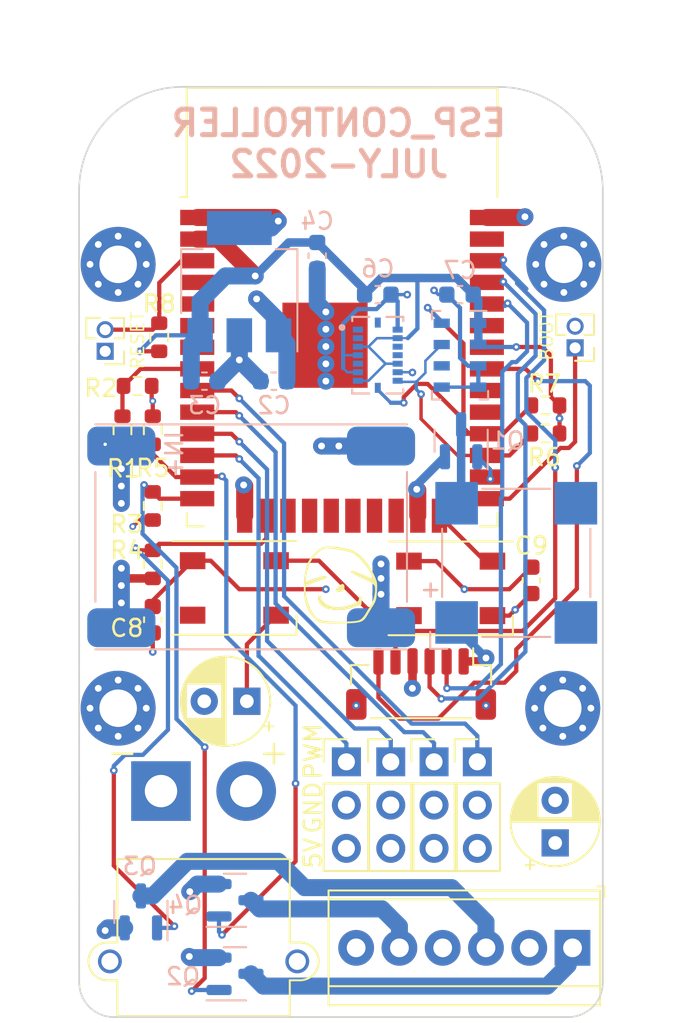
<source format=kicad_pcb>
(kicad_pcb (version 20211014) (generator pcbnew)
  (title_block (rev "1"))
  (layers (0 "F.Cu" signal "Front") (1 "In1.Cu" signal) (2 "In2.Cu" signal) (31 "B.Cu" signal "Back") (34 "B.Paste" user) (35 "F.Paste" user) (36 "B.SilkS" user "B.Silkscreen") (37 "F.SilkS" user "F.Silkscreen") (38 "B.Mask" user) (39 "F.Mask" user) (44 "Edge.Cuts" user))
  (net 0 "")
  (net 1 "+5V")
  (net 2 "Net-(BZ1-Pad2)")
  (net 3 "Earth")
  (net 7 "VCC")
  (net 8 "+3V3")
  (net 9 "/USER_RX")
  (net 10 "/SERVO_1")
  (net 11 "/SERVO_2")
  (net 12 "/SERVO_3")
  (net 19 "/SERVO_4")
  (net 23 "/BUZZER")
  (net 25 "/PYRO_1")
  (net 26 "/PYRO_2")
  (net 27 "/PYRO_3")
  (net 28 "/VBAT_SENSE")
  (net 32 "/BOOTLOADER")
  (net 33 "/SCL")
  (net 35 "/SDA")
  (net 36 "/USER_TX")
  (net 37 "Net-(U1-Pad3)")
  (net 41 "/USER_RTS")
  (net 43 "/USER_CTS")
  (net 45 "/LED_TX")
  (net 46 "Net-(D2-Pad2)")
  (net 47 "Net-(J7-Pad1)")
  (net 48 "Net-(J7-Pad3)")
  (net 49 "Net-(J7-Pad5)")
  (footprint "LED_SMD:LED_WS2812B_PLCC4_5.0x5.0mm_P3.2mm" (layer "F.Cu") (at 234.469887 111.227)
    (fp_text reference "D2" hide)
    (fp_text value "WS2812B")
  )
  (footprint "Connector_PinHeader_2.54mm:PinHeader_1x03_P2.54mm_Vertical" (layer "F.Cu") (at 228.346 121.412)
    (fp_text reference "J3" hide)
    (fp_text value "Conn_01x03")
  )
  (footprint "Resistor_SMD:R_0603_1608Metric" (layer "F.Cu") (at 216.980887 109.818 90)
    (fp_text reference "R4")
    (fp_text value "10k")
  )
  (footprint "Connector_PinHeader_2.54mm:PinHeader_1x03_P2.54mm_Vertical" (layer "F.Cu") (at 233.490887 121.412)
    (fp_text reference "J5" hide)
    (fp_text value "Conn_01x03")
  )
  (footprint "Capacitor_THT:CP_Radial_D5.0mm_P2.50mm" (layer "F.Cu") (at 240.602887 126.173112 90)
    (fp_text reference "C5" hide)
    (fp_text value "5v_cap")
  )
  (footprint "Resistor_SMD:R_0603_1608Metric" (layer "F.Cu") (at 216.091887 99.34)
    (fp_text reference "R2")
    (fp_text value "2k2")
  )
  (footprint "MountingHole:MountingHole_2.2mm_M2_Pad_Via" (layer "F.Cu") (at 241.110887 92.202)
    (fp_text reference "H2" hide)
    (fp_text value "MountingHole_Pad")
  )
  (footprint "Capacitor_THT:CP_Radial_D5.0mm_P2.50mm" (layer "F.Cu") (at 222.504 117.856 180)
    (fp_text reference "C1" hide)
    (fp_text value "vcc_cap")
  )
  (footprint "Connector_PinHeader_2.54mm:PinHeader_1x03_P2.54mm_Vertical" (layer "F.Cu") (at 230.950887 121.412)
    (fp_text reference "J4" hide)
    (fp_text value "Conn_01x03")
  )
  (footprint "MountingHole:MountingHole_2.2mm_M2_Pad_Via" (layer "F.Cu") (at 214.948887 92.202)
    (fp_text reference "H4" hide)
    (fp_text value "MountingHole_Pad")
  )
  (footprint "Capacitor_SMD:C_0603_1608Metric" (layer "F.Cu") (at 239.205887 110.757 -90)
    (fp_text reference "C9")
    (fp_text value "0.1u")
  )
  (footprint "RF_Module:ESP32-WROOM-32" (layer "F.Cu") (at 228.092 97.706)
    (fp_text reference "U1" hide)
    (fp_text value "ESP32-WROOM-32D")
  )
  (footprint "Capacitor_SMD:C_0603_1608Metric" (layer "F.Cu") (at 216.980887 113.069 -90)
    (fp_text reference "C8")
    (fp_text value "0.1u")
  )
  (footprint "MountingHole:MountingHole_2.2mm_M2_Pad_Via" (layer "F.Cu") (at 214.948887 118.263)
    (fp_text reference "H1" hide)
    (fp_text value "MountingHole_Pad")
  )
  (footprint "china_buck:avatar" (layer "F.Cu") (at 228.055287 111.024)
    (fp_text reference "G***" hide)
    (fp_text value "LOGO" hide)
  )
  (footprint "Connector_PinHeader_1.27mm:PinHeader_1x02_P1.27mm_Vertical" (layer "F.Cu") (at 214.186887 97.308 180)
    (fp_text reference "SW2" hide)
    (fp_text value "SW_SPST")
  )
  (footprint "TerminalBlock_TE-Connectivity:TerminalBlock_TE_282834-6_1x06_P2.54mm_Horizontal" (layer "F.Cu") (at 241.618887 132.334 180)
    (fp_text reference "J7" hide)
    (fp_text value "Screw_Terminal_01x06")
  )
  (footprint "Resistor_SMD:R_0603_1608Metric" (layer "F.Cu") (at 216.980887 101.944 90)
    (fp_text reference "R5")
    (fp_text value "10k")
  )
  (footprint "Connector_PinHeader_2.54mm:PinHeader_1x03_P2.54mm_Vertical" (layer "F.Cu") (at 236.030887 121.412)
    (fp_text reference "J6" hide)
    (fp_text value "Conn_01x03")
  )
  (footprint "Resistor_SMD:R_0603_1608Metric" (layer "F.Cu") (at 240.031887 102.134)
    (fp_text reference "R6")
    (fp_text value "2k2")
  )
  (footprint "Resistor_SMD:R_0603_1608Metric" (layer "F.Cu") (at 217.361887 96.482 90)
    (fp_text reference "R8")
    (fp_text value "10k")
  )
  (footprint "MountingHole:MountingHole_2.2mm_M2_Pad_Via" (layer "F.Cu") (at 241.046 118.263)
    (fp_text reference "H3" hide)
    (fp_text value "MountingHole_Pad")
  )
  (footprint "Resistor_SMD:R_0603_1608Metric" (layer "F.Cu") (at 215.202887 101.944 90)
    (fp_text reference "R1")
    (fp_text value "10k")
  )
  (footprint "Connector_PinHeader_1.27mm:PinHeader_1x02_P1.27mm_Vertical" (layer "F.Cu") (at 241.771287 97.1048 180)
    (fp_text reference "SW1" hide)
    (fp_text value "SW_SPST")
  )
  (footprint "Connector_AMASS:AMASS_XT30PW-M_1x02_P2.50mm_Horizontal" (layer "F.Cu") (at 217.464 123.129 180)
    (fp_text reference "J1" hide)
    (fp_text value "xt30")
  )
  (footprint "LED_SMD:LED_WS2812B_PLCC4_5.0x5.0mm_P3.2mm" (layer "F.Cu") (at 221.769887 111.202)
    (fp_text reference "D1" hide)
    (fp_text value "WS2812B")
  )
  (footprint "Resistor_SMD:R_0603_1608Metric" (layer "F.Cu") (at 240.030887 100.483)
    (fp_text reference "R7")
    (fp_text value "2k2")
  )
  (footprint "Resistor_SMD:R_0603_1608Metric" (layer "F.Cu") (at 216.980887 106.389 -90)
    (fp_text reference "R3")
    (fp_text value "10k")
  )
  (footprint "Connector_JST:JST_SH_BM06B-SRSS-TB_1x06-1MP_P1.00mm_Vertical" (layer "F.Cu") (at 232.728887 116.84 180)
    (fp_text reference "J2" hide)
    (fp_text value "jst_sh 6")
  )
  (footprint "Capacitor_SMD:C_0603_1608Metric" (layer "B.Cu") (at 230.188887 93.98)
    (fp_text reference "C6")
    (fp_text value "0.1u")
  )
  (footprint "Buzzer_Beeper:MagneticBuzzer_CUI_CMT-8504-100-SMT" (layer "B.Cu") (at 238.316887 109.728)
    (fp_text reference "BZ1" hide)
    (fp_text value "CMT-8504-100")
  )
  (footprint "china_buck:china_buck" (layer "B.Cu") (at 223.012 108.204 -90)
    (fp_text reference "U3" hide)
    (fp_text value "china_buck_converter")
  )
  (footprint "bmi088:PQFN50P450X300X100-16N" (layer "B.Cu") (at 230.188887 97.536 -90)
    (fp_text reference "U2" hide)
    (fp_text value "BMI088")
  )
  (footprint "Package_LGA:LGA-8_3x5mm_P1.25mm" (layer "B.Cu") (at 235.014887 97.536 180)
    (fp_text reference "U5" hide)
    (fp_text value "MS5611-01BA")
  )
  (footprint "Capacitor_SMD:C_0603_1608Metric" (layer "B.Cu") (at 224.079887 99.06)
    (fp_text reference "C2")
    (fp_text value "4.7u")
  )
  (footprint "Capacitor_SMD:C_0603_1608Metric" (layer "B.Cu") (at 220.015887 99.06 180)
    (fp_text reference "C3")
    (fp_text value "4.7u")
  )
  (footprint "Package_TO_SOT_SMD:SOT-23" (layer "B.Cu") (at 221.806887 129.54)
    (fp_text reference "Q4")
    (fp_text value "FDN359BN")
  )
  (footprint "Capacitor_SMD:C_0603_1608Metric" (layer "B.Cu") (at 226.632887 91.694 -90)
    (fp_text reference "C4")
    (fp_text value "4.7u")
  )
  (footprint "Package_TO_SOT_SMD:SOT-23" (layer "B.Cu") (at 221.806887 133.858)
    (fp_text reference "Q2")
    (fp_text value "FDN359BN")
  )
  (footprint "Capacitor_SMD:C_0603_1608Metric" (layer "B.Cu") (at 235.014887 93.98 180)
    (fp_text reference "C7")
    (fp_text value "0.1u")
  )
  (footprint "Package_TO_SOT_SMD:SOT-23" (layer "B.Cu") (at 235.080887 102.5625 90)
    (fp_text reference "Q1")
    (fp_text value "FDN359BN")
  )
  (footprint "Package_TO_SOT_SMD:SOT-223-3_TabPin2" (layer "B.Cu") (at 222.060887 93.218 90)
    (fp_text reference "U4" hide)
    (fp_text value " AP7361-33ER-13 ")
  )
  (footprint "Package_TO_SOT_SMD:SOT-23" (layer "B.Cu") (at 216.284887 130.2235 90)
    (fp_text reference "Q3")
    (fp_text value "FDN359BN")
  )
  (gr_arc (start 237.300887 81.788) (mid 241.61141 83.573477) (end 243.396887 87.884) (layer "Edge.Cuts") (width 0.1))
  (gr_line (start 218.75141 81.780523) (end 237.300887 81.788) (layer "Edge.Cuts") (width 0.1))
  (gr_line (start 243.396887 134.366) (end 243.396887 87.884) (layer "Edge.Cuts") (width 0.1))
  (gr_arc (start 214.694887 136.398) (mid 213.258046 135.802841) (end 212.662887 134.366) (layer "Edge.Cuts") (width 0.1))
  (gr_line (start 214.694887 136.398) (end 241.364887 136.398) (layer "Edge.Cuts") (width 0.1))
  (gr_line (start 212.65541 87.876523) (end 212.662887 134.366) (layer "Edge.Cuts") (width 0.1))
  (gr_arc (start 243.396887 134.366) (mid 242.801728 135.802841) (end 241.364887 136.398) (layer "Edge.Cuts") (width 0.1))
  (gr_arc (start 212.65541 87.876523) (mid 214.440887 83.566) (end 218.75141 81.780523) (layer "Edge.Cuts") (width 0.1))
  (gr_text "ESP_CONTROLLER\nJULY-2022" (at 227.902887 85.116) (layer "B.SilkS") (effects (font (size 1.5 1.5) (thickness 0.3)) (justify mirror)))
  (gr_text "GND" (at 226.378887 124.105 90) (layer "F.SilkS") (effects (font (size 1 1))))
  (gr_text "RESET" (at 216.091887 96.673 90) (layer "F.SilkS") (effects (font (size 0.75 0.75) (thickness 0.1))))
  (gr_text "PWM" (at 226.378887 120.803 90) (layer "F.SilkS") (effects (font (size 1 1))))
  (gr_text "BOOT" (at 240.094887 96.419 90) (layer "F.SilkS") (effects (font (size 0.75 0.75) (thickness 0.1))))
  (gr_text "5V\n" (at 226.378887 126.772 90) (layer "F.SilkS") (effects (font (size 1 1))))
  (segment (start 216.980887 112.294) (end 216.980887 111.941) (width 0.25) (layer "F.Cu") (net 1))
  (segment (start 216.980887 111.941) (end 219.319887 109.602) (width 0.25) (layer "F.Cu") (net 1))
  (segment (start 237.909887 111.278) (end 235.268887 111.278) (width 0.25) (layer "F.Cu") (net 1))
  (segment (start 235.268887 111.278) (end 233.617887 109.627) (width 0.25) (layer "F.Cu") (net 1))
  (segment (start 220.384887 109.602) (end 222.060887 111.278) (width 0.25) (layer "F.Cu") (net 1))
  (segment (start 222.060887 111.278) (end 227.140887 111.278) (width 0.25) (layer "F.Cu") (net 1))
  (segment (start 236.339887 115.515) (end 236.538887 115.316) (width 0.5) (layer "F.Cu") (net 1))
  (segment (start 239.205887 109.982) (end 237.909887 111.278) (width 0.25) (layer "F.Cu") (net 1))
  (segment (start 235.228887 115.515) (end 236.339887 115.515) (width 0.5) (layer "F.Cu") (net 1))
  (segment (start 233.617887 109.627) (end 232.019887 109.627) (width 0.25) (layer "F.Cu") (net 1))
  (segment (start 219.319887 109.602) (end 220.384887 109.602) (width 0.25) (layer "F.Cu") (net 1))
  (via (at 235.268887 111.278) (size 0.45) (drill 0.2) (layers "F.Cu" "B.Cu") (net 1))
  (via (at 226.886887 102.87) (size 1) (drill 0.4) (layers "F.Cu" "B.Cu") (net 1))
  (via (at 227.902887 102.87) (size 1) (drill 0.4) (layers "F.Cu" "B.Cu") (net 1))
  (via (at 227.140887 111.278) (size 0.45) (drill 0.2) (layers "F.Cu" "B.Cu") (net 1))
  (via (at 236.538887 115.316) (size 1) (drill 0.4) (layers "F.Cu" "B.Cu") (net 1))
  (via (at 223.076887 94.234) (size 1) (drill 0.4) (layers "F.Cu" "B.Cu") (net 1))
  (segment (start 224.360887 95.518) (end 223.076887 94.234) (width 1) (layer "B.Cu") (net 1))
  (segment (start 230.378 102.87) (end 227.902887 102.87) (width 1) (layer "B.Cu") (net 1))
  (segment (start 234.816887 113.594) (end 236.538887 115.316) (width 0.5) (layer "B.Cu") (net 1))
  (segment (start 224.854887 99.06) (end 224.854887 96.862) (width 1) (layer "B.Cu") (net 1))
  (segment (start 224.854887 96.862) (end 224.360887 96.368) (width 1) (layer "B.Cu") (net 1))
  (segment (start 227.902887 102.87) (end 226.886887 102.87) (width 1) (layer "B.Cu") (net 1))
  (segment (start 224.360887 96.368) (end 224.360887 95.518) (width 1) (layer "B.Cu") (net 1))
  (segment (start 234.816887 113.228) (end 234.816887 113.594) (width 0.5) (layer "B.Cu") (net 1))
  (segment (start 235.080887 101.625) (end 235.080887 105.964) (width 0.5) (layer "B.Cu") (net 2))
  (segment (start 235.080887 105.964) (end 234.816887 106.228) (width 0.5) (layer "B.Cu") (net 2))
  (segment (start 234.130887 105.542) (end 234.816887 106.228) (width 0.5) (layer "B.Cu") (net 2))
  (segment (start 222.504 117.856) (end 222.504 114.517887) (width 0.25) (layer "F.Cu") (net 3))
  (segment (start 216.980887 110.643) (end 215.557887 110.643) (width 0.5) (layer "F.Cu") (net 3))
  (segment (start 224.346887 89.662) (end 224.135887 89.451) (width 1) (layer "F.Cu") (net 3))
  (segment (start 232.228887 117.086) (end 232.220887 117.094) (width 0.5) (layer "F.Cu") (net 3))
  (segment (start 216.980887 107.214) (end 216.187387 107.214) (width 0.25) (layer "F.Cu") (net 3))
  (segment (start 224.135887 89.451) (end 219.592 89.451) (width 1) (layer "F.Cu") (net 3))
  (segment (start 238.253387 112.4845) (end 237.910887 112.827) (width 0.25) (layer "F.Cu") (net 3))
  (segment (start 216.980887 101.119) (end 216.980887 100.229) (width 0.25) (layer "F.Cu") (net 3))
  (segment (start 237.910887 112.827) (end 236.919887 112.827) (width 0.25) (layer "F.Cu") (net 3))
  (segment (start 216.187387 107.214) (end 215.806387 107.595) (width 0.25) (layer "F.Cu") (net 3))
  (segment (start 228.928887 118.04) (end 228.928887 118.1) (width 0.25) (layer "F.Cu") (net 3))
  (segment (start 222.377 106.961) (end 222.377 105.218113) (width 1) (layer "F.Cu") (net 3))
  (segment (start 216.916887 100.165) (end 216.980887 100.229) (width 0.25) (layer "F.Cu") (net 3))
  (segment (start 232.537 106.961) (end 232.537 105.472113) (width 1) (layer "F.Cu") (net 3))
  (segment (start 232.537 105.472113) (end 232.474887 105.41) (width 1) (layer "F.Cu") (net 3))
  (segment (start 222.504 114.517887) (end 224.219887 112.802) (width 0.25) (layer "F.Cu") (net 3))
  (segment (start 215.557887 110.643) (end 215.138 111.062887) (width 0.5) (layer "F.Cu") (net 3))
  (segment (start 239.205887 111.532) (end 238.253387 112.4845) (width 0.25) (layer "F.Cu") (net 3))
  (segment (start 236.528887 118.1) (end 236.538887 118.11) (width 0.25) (layer "F.Cu") (net 3))
  (segment (start 222.377 105.218113) (end 222.314887 105.156) (width 1) (layer "F.Cu") (net 3))
  (segment (start 216.980887 113.844) (end 216.980887 114.961) (width 0.25) (layer "F.Cu") (net 3))
  (segment (start 238.781887 89.451) (end 238.824887 89.408) (width 1) (layer "F.Cu") (net 3))
  (segment (start 228.928887 118.1) (end 228.918887 118.11) (width 0.25) (layer "F.Cu") (net 3))
  (segment (start 216.916887 99.34) (end 216.916887 100.165) (width 0.25) (layer "F.Cu") (net 3))
  (segment (start 232.228887 115.515) (end 232.228887 117.086) (width 0.5) (layer "F.Cu") (net 3))
  (segment (start 236.592 89.451) (end 238.781887 89.451) (width 1) (layer "F.Cu") (net 3))
  (segment (start 236.528887 118.04) (end 236.528887 118.1) (width 0.25) (layer "F.Cu") (net 3))
  (via (at 228.918887 118.11) (size 0.45) (drill 0.2) (layers "F.Cu" "B.Cu") (net 3))
  (via (at 215.138 111.062887) (size 1) (drill 0.4) (layers "F.Cu" "B.Cu") (net 3))
  (via (at 230.378 111.570887) (size 1) (drill 0.4) (layers "F.Cu" "B.Cu") (net 3))
  (via (at 216.980887 100.229) (size 0.4) (drill 0.2) (layers "F.Cu" "B.Cu") (net 3))
  (via (at 227.140887 97.028) (size 1) (drill 0.4) (layers "F.Cu" "B.Cu") (net 3))
  (via (at 224.346887 89.662) (size 1) (drill 0.4) (layers "F.Cu" "B.Cu") (net 3))
  (via (at 219.154387 129.032) (size 1) (drill 0.4) (layers "F.Cu" "B.Cu") (net 3))
  (via (at 236.538887 118.11) (size 0.45) (drill 0.2) (layers "F.Cu" "B.Cu") (net 3))
  (via (at 238.824887 89.408) (size 1) (drill 0.4) (layers "F.Cu" "B.Cu") (net 3))
  (via (at 216.980887 114.961) (size 0.45) (drill 0.2) (layers "F.Cu" "B.Cu") (net 3))
  (via (at 231.916387 93.98) (size 0.45) (drill 0.2) (layers "F.Cu" "B.Cu") (net 3))
  (via (at 233.490887 93.7295) (size 0.45) (drill 0.2) (layers "F.Cu" "B.Cu") (net 3))
  (via (at 232.220887 98.552) (size 0.45) (drill 0.2) (layers "F.Cu" "B.Cu") (net 3))
  (via (at 232.220887 117.094) (size 1) (drill 0.4) (layers "F.Cu" "B.Cu") (net 3))
  (via (at 227.140887 99.06) (size 1) (drill 0.4) (layers "F.Cu" "B.Cu") (net 3))
  (via (at 238.253387 112.4845) (size 0.45) (drill 0.2) (layers "F.Cu" "B.Cu") (net 3))
  (via (at 215.806387 107.595) (size 0.4) (drill 0.2) (layers "F.Cu" "B.Cu") (net 3))
  (via (at 222.060887 97.816) (size 1) (drill 0.4) (layers "F.Cu" "B.Cu") (net 3))
  (via (at 214.186887 131.318) (size 1) (drill 0.4) (layers "F.Cu" "B.Cu") (net 3))
  (via (at 219.125387 132.842) (size 1) (drill 0.4) (layers "F.Cu" "B.Cu") (net 3))
  (via (at 230.378 109.792887) (size 1) (drill 0.4) (layers "F.Cu" "B.Cu") (net 3))
  (via (at 215.138 110.046887) (size 1) (drill 0.4) (layers "F.Cu" "B.Cu") (net 3))
  (via (at 227.140887 98.044) (size 1) (drill 0.4) (layers "F.Cu" "B.Cu") (net 3))
  (via (at 222.314887 105.156) (size 1) (drill 0.4) (layers "F.Cu" "B.Cu") (net 3))
  (via (at 215.138 112.078887) (size 1) (drill 0.4) (layers "F.Cu" "B.Cu") (net 3))
  (via (at 227.140887 96.012) (size 1) (drill 0.4) (layers "F.Cu" "B.Cu") (net 3))
  (via (at 232.474887 105.41) (size 1) (drill 0.4) (layers "F.Cu" "B.Cu") (net 3))
  (via (at 227.140887 94.996) (size 1) (drill 0.4) (layers "F.Cu" "B.Cu") (net 3))
  (via (at 230.378 110.643) (size 1) (drill 0.4) (layers "F.Cu" "B.Cu") (net 3))
  (segment (start 230.378 110.808887) (end 230.378 109.792887) (width 1) (layer "B.Cu") (net 3))
  (segment (start 214.343887 131.161) (end 214.186887 131.318) (width 1) (layer "B.Cu") (net 3))
  (segment (start 236.089887 98.161) (end 236.089887 99.411) (width 0.25) (layer "B.Cu") (net 3))
  (segment (start 223.940887 90.068) (end 224.346887 89.662) (width 1) (layer "B.Cu") (net 3))
  (segment (start 235.486887 98.161) (end 235.014887 97.689) (width 0.25) (layer "B.Cu") (net 3))
  (segment (start 220.869387 128.59) (end 219.596387 128.59) (width 1) (layer "B.Cu") (net 3))
  (segment (start 215.138 112.078887) (end 215.138 111.062887) (width 1) (layer "B.Cu") (net 3))
  (segment (start 230.963887 93.98) (end 231.353887 94.37) (width 0.25) (layer "B.Cu") (net 3))
  (segment (start 228.156887 95.683) (end 228.156887 97.536) (width 0.25) (layer "B.Cu") (net 3))
  (segment (start 226.632887 94.488) (end 227.140887 94.996) (width 1) (layer "B.Cu") (net 3))
  (segment (start 228.394887 98.536) (end 228.156887 98.298) (width 0.15) (layer "B.Cu") (net 3))
  (segment (start 220.869387 132.908) (end 219.191387 132.908) (width 1) (layer "B.Cu") (net 3))
  (segment (start 228.156887 97.536) (end 228.156887 98.298) (width 0.25) (layer "B.Cu") (net 3))
  (segment (start 222.060887 90.068) (end 223.940887 90.068) (width 1) (layer "B.Cu") (net 3))
  (segment (start 235.014887 97.689) (end 235.014887 94.755) (width 0.25) (layer "B.Cu") (net 3))
  (segment (start 229.023887 98.536) (end 228.394887 98.536) (width 0.15) (layer "B.Cu") (net 3))
  (segment (start 234.239887 93.98) (end 233.741387 93.98) (width 0.2) (layer "B.Cu") (net 3))
  (segment (start 229.009887 94.83) (end 228.156887 95.683) (width 0.25) (layer "B.Cu") (net 3))
  (segment (start 223.304887 99.06) (end 222.060887 97.816) (width 1) (layer "B.Cu") (net 3))
  (segment (start 229.023887 97.536) (end 228.156887 97.536) (width 0.15) (layer "B.Cu") (net 3))
  (segment (start 230.378 113.538) (end 230.378 111.570887) (width 1) (layer "B.Cu") (net 3))
  (segment (start 230.963887 93.98) (end 231.916387 93.98) (width 0.2) (layer "B.Cu") (net 3))
  (segment (start 232.204887 98.536) (end 232.220887 98.552) (width 0.15) (layer "B.Cu") (net 3))
  (segment (start 222.060887 97.816) (end 222.060887 96.368) (width 1) (layer "B.Cu") (net 3))
  (segment (start 230.113887 94.83) (end 229.009887 94.83) (width 0.25) (layer "B.Cu") (net 3))
  (segment (start 219.191387 132.908) (end 219.125387 132.842) (width 1) (layer "B.Cu") (net 3))
  (segment (start 219.596387 128.59) (end 219.154387 129.032) (width 1) (layer "B.Cu") (net 3))
  (segment (start 231.353887 94.37) (end 231.353887 95.986) (width 0.25) (layer "B.Cu") (net 3))
  (segment (start 215.138 113.538) (end 215.138 112.078887) (width 1) (layer "B.Cu") (net 3))
  (segment (start 222.060887 97.79) (end 220.790887 99.06) (width 1) (layer "B.Cu") (net 3))
  (segment (start 233.741387 93.98) (end 233.490887 93.7295) (width 0.2) (layer "B.Cu") (net 3))
  (segment (start 222.060887 96.368) (end 222.060887 97.79) (width 1) (layer "B.Cu") (net 3))
  (segment (start 233.939887 99.411) (end 236.089887 99.411) (width 0.2) (layer "B.Cu") (net 3))
  (segment (start 215.334887 131.161) (end 214.343887 131.161) (width 1) (layer "B.Cu") (net 3))
  (segment (start 230.963887 93.98) (end 230.113887 94.83) (width 0.25) (layer "B.Cu") (net 3))
  (segment (start 215.138 111.062887) (end 215.138 110.679113) (width 1) (layer "B.Cu") (net 3))
  (segment (start 230.378 111.570887) (end 230.378 110.808887) (width 1) (layer "B.Cu") (net 3))
  (segment (start 226.632887 92.469) (end 226.632887 94.488) (width 1) (layer "B.Cu") (net 3))
  (segment (start 236.089887 98.161) (end 235.486887 98.161) (width 0.25) (layer "B.Cu") (net 3))
  (segment (start 215.138 110.679113) (end 215.138 110.046887) (width 1) (layer "B.Cu") (net 3))
  (segment (start 235.014887 94.755) (end 234.239887 93.98) (width 0.25) (layer "B.Cu") (net 3))
  (segment (start 231.353887 98.536) (end 232.204887 98.536) (width 0.15) (layer "B.Cu") (net 3))
  (segment (start 232.474887 105.156) (end 234.130887 103.5) (width 0.5) (layer "B.Cu") (net 3))
  (segment (start 232.474887 105.41) (end 232.474887 105.156) (width 0.5) (layer "B.Cu") (net 3))
  (segment (start 214.186887 102.769) (end 215.202887 102.769) (width 0.25) (layer "F.Cu") (net 7))
  (via (at 215.138 106.236887) (size 1) (drill 0.4) (layers "F.Cu" "B.Cu") (net 7))
  (via (at 215.138 105.220887) (size 1) (drill 0.4) (layers "F.Cu" "B.Cu") (net 7))
  (via (at 214.186887 102.769) (size 0.45) (drill 0.2) (layers "F.Cu" "B.Cu") (net 7))
  (via (at 215.138 104.204887) (size 1) (drill 0.4) (layers "F.Cu" "B.Cu") (net 7))
  (segment (start 215.138 102.87) (end 214.287887 102.87) (width 0.25) (layer "B.Cu") (net 7))
  (segment (start 215.138 105.220887) (end 215.138 106.236887) (width 1) (layer "B.Cu") (net 7))
  (segment (start 215.138 104.204887) (end 215.138 105.220887) (width 1) (layer "B.Cu") (net 7))
  (segment (start 215.138 102.87) (end 215.138 104.204887) (width 1) (layer "B.Cu") (net 7))
  (segment (start 214.287887 102.87) (end 214.186887 102.769) (width 0.25) (layer "B.Cu") (net 7))
  (segment (start 240.348887 97.562) (end 239.840887 97.054) (width 0.25) (layer "F.Cu") (net 8))
  (segment (start 240.855887 100.483) (end 240.855887 101.244) (width 0.25) (layer "F.Cu") (net 8))
  (segment (start 240.855887 100.483) (end 240.348887 99.976) (width 0.25) (layer "F.Cu") (net 8))
  (segment (start 240.856887 102.134) (end 240.856887 101.245) (width 0.25) (layer "F.Cu") (net 8))
  (segment (start 216.219887 97.307) (end 216.218887 97.308) (width 0.25) (layer "F.Cu") (net 8))
  (segment (start 220.833887 90.721) (end 222.995887 92.883) (width 1) (layer "F.Cu") (net 8))
  (segment (start 240.855887 101.244) (end 240.856887 101.245) (width 0.25) (layer "F.Cu") (net 8))
  (segment (start 219.592 90.721) (end 220.833887 90.721) (width 1) (layer "F.Cu") (net 8))
  (segment (start 217.107887 97.307) (end 216.219887 97.307) (width 0.25) (layer "F.Cu") (net 8))
  (segment (start 239.586887 97.054) (end 238.316887 97.054) (width 0.25) (layer "F.Cu") (net 8))
  (segment (start 239.840887 97.054) (end 239.586887 97.054) (width 0.25) (layer "F.Cu") (net 8))
  (segment (start 240.348887 99.976) (end 240.348887 97.562) (width 0.25) (layer "F.Cu") (net 8))
  (via (at 216.218887 97.308) (size 0.45) (drill 0.2) (layers "F.Cu" "B.Cu") (net 8))
  (via (at 222.995887 92.883) (size 1) (drill 0.4) (layers "F.Cu" "B.Cu") (net 8))
  (via (at 238.316887 97.054) (size 0.45) (drill 0.2) (layers "F.Cu" "B.Cu") (net 8))
  (via (at 240.856887 101.245) (size 0.45) (drill 0.2) (layers "F.Cu" "B.Cu") (net 8))
  (segment (start 230.643887 98.036) (end 231.353887 98.036) (width 0.15) (layer "B.Cu") (net 8))
  (segment (start 231.948887 96.536) (end 232.515887 95.969) (width 0.25) (layer "B.Cu") (net 8))
  (segment (start 224.959887 90.919) (end 226.632887 90.919) (width 0.5) (layer "B.Cu") (net 8))
  (segment (start 236.089887 94.28) (end 235.789887 93.98) (width 0.5) (layer "B.Cu") (net 8))
  (segment (start 229.643887 97.036) (end 229.023887 97.036) (width 0.15) (layer "B.Cu") (net 8))
  (segment (start 230.143887 96.536) (end 229.643887 97.036) (width 0.15) (layer "B.Cu") (net 8))
  (segment (start 222.995887 92.883) (end 224.959887 90.919) (width 0.5) (layer "B.Cu") (net 8))
  (segment (start 232.515887 95.969) (end 232.515887 93.005) (width 0.25) (layer "B.Cu") (net 8))
  (segment (start 219.760887 96.368) (end 219.760887 94.368) (width 1) (layer "B.Cu") (net 8))
  (segment (start 219.240887 96.888) (end 219.760887 96.368) (width 1) (layer "B.Cu") (net 8))
  (segment (start 236.232887 97.054) (end 236.089887 96.911) (width 0.25) (layer "B.Cu") (net 8))
  (segment (start 216.218887 97.308) (end 217.158887 96.368) (width 0.25) (layer "B.Cu") (net 8))
  (segment (start 217.158887 96.368) (end 219.760887 96.368) (width 0.25) (layer "B.Cu") (net 8))
  (segment (start 234.814887 93.005) (end 235.789887 93.98) (width 0.5) (layer "B.Cu") (net 8))
  (segment (start 229.643887 99.036) (end 230.643887 98.036) (width 0.15) (layer "B.Cu") (net 8))
  (segment (start 230.643887 98.036) (end 229.643887 97.036) (width 0.15) (layer "B.Cu") (net 8))
  (segment (start 219.760887 94.368) (end 221.245887 92.883) (width 1) (layer "B.Cu") (net 8))
  (segment (start 231.353887 96.536) (end 231.948887 96.536) (width 0.125) (layer "B.Cu") (net 8))
  (segment (start 229.413887 93.7) (end 229.413887 93.98) (width 0.5) (layer "B.Cu") (net 8))
  (segment (start 221.245887 92.883) (end 222.995887 92.883) (width 1) (layer "B.Cu") (net 8))
  (segment (start 226.632887 90.919) (end 229.413887 93.7) (width 0.5) (layer "B.Cu") (net 8))
  (segment (start 238.316887 97.054) (end 236.232887 97.054) (width 0.25) (layer "B.Cu") (net 8))
  (segment (start 229.413887 93.98) (end 230.388887 93.005) (width 0.5) (layer "B.Cu") (net 8))
  (segment (start 219.240887 99.06) (end 219.240887 96.888) (width 1) (layer "B.Cu") (net 8))
  (segment (start 232.515887 93.005) (end 234.814887 93.005) (width 0.5) (layer "B.Cu") (net 8))
  (segment (start 229.023887 99.036) (end 229.643887 99.036) (width 0.15) (layer "B.Cu") (net 8))
  (segment (start 231.353887 96.536) (end 230.143887 96.536) (width 0.15) (layer "B.Cu") (net 8))
  (segment (start 230.388887 93.005) (end 232.515887 93.005) (width 0.5) (layer "B.Cu") (net 8))
  (segment (start 236.089887 96.911) (end 236.089887 94.28) (width 0.5) (layer "B.Cu") (net 8))
  (segment (start 236.635 94.488) (end 236.592 94.531) (width 0.25) (layer "F.Cu") (net 9))
  (segment (start 234.228887 115.515) (end 234.228887 117.07) (width 0.25) (layer "F.Cu") (net 9))
  (segment (start 234.228887 117.07) (end 234.252887 117.094) (width 0.25) (layer "F.Cu") (net 9))
  (segment (start 237.808887 94.488) (end 236.635 94.488) (width 0.25) (layer "F.Cu") (net 9))
  (via (at 234.252887 117.094) (size 0.45) (drill 0.2) (layers "F.Cu" "B.Cu") (net 9))
  (via (at 237.808887 94.488) (size 0.45) (drill 0.2) (layers "F.Cu" "B.Cu") (net 9))
  (segment (start 237.413887 105.93) (end 237.491387 105.8525) (width 0.25) (layer "B.Cu") (net 9))
  (segment (start 238.951887 95.631) (end 237.808887 94.488) (width 0.25) (layer "B.Cu") (net 9))
  (segment (start 237.808887 94.488) (end 237.653387 94.6435) (width 0.25) (layer "B.Cu") (net 9))
  (segment (start 237.413887 115.678437) (end 237.413887 105.93) (width 0.25) (layer "B.Cu") (net 9))
  (segment (start 238.316887 97.943) (end 238.951887 97.308) (width 0.25) (layer "B.Cu") (net 9))
  (segment (start 238.951887 97.308) (end 238.951887 95.631) (width 0.25) (layer "B.Cu") (net 9))
  (segment (start 235.998324 117.094) (end 237.413887 115.678437) (width 0.25) (layer "B.Cu") (net 9))
  (segment (start 234.252887 117.094) (end 235.998324 117.094) (width 0.25) (layer "B.Cu") (net 9))
  (segment (start 237.491387 105.8525) (end 237.491387 98.5145) (width 0.25) (layer "B.Cu") (net 9))
  (segment (start 237.491387 98.5145) (end 238.062887 97.943) (width 0.25) (layer "B.Cu") (net 9))
  (segment (start 238.062887 97.943) (end 238.316887 97.943) (width 0.25) (layer "B.Cu") (net 9))
  (segment (start 222.060887 103.632) (end 221.849887 103.421) (width 0.25) (layer "F.Cu") (net 10))
  (segment (start 221.849887 103.421) (end 219.592 103.421) (width 0.25) (layer "F.Cu") (net 10))
  (via (at 222.060887 103.632) (size 0.45) (drill 0.2) (layers "F.Cu" "B.Cu") (net 10))
  (segment (start 228.346 120.331113) (end 223.217887 115.203) (width 0.25) (layer "B.Cu") (net 10))
  (segment (start 223.189887 115.203) (end 223.189887 104.761) (width 0.25) (layer "B.Cu") (net 10))
  (segment (start 223.189887 104.761) (end 222.060887 103.632) (width 0.25) (layer "B.Cu") (net 10))
  (segment (start 223.217887 115.203) (end 223.189887 115.203) (width 0.25) (layer "B.Cu") (net 10))
  (segment (start 228.346 121.412) (end 228.346 120.331113) (width 0.25) (layer "B.Cu") (net 10))
  (segment (start 221.595887 102.151) (end 222.060887 102.616) (width 0.25) (layer "F.Cu") (net 11))
  (segment (start 219.592 102.151) (end 221.595887 102.151) (width 0.25) (layer "F.Cu") (net 11))
  (via (at 222.060887 102.616) (size 0.45) (drill 0.2) (layers "F.Cu" "B.Cu") (net 11))
  (segment (start 230.266331 119.457444) (end 228.841443 119.457444) (width 0.25) (layer "B.Cu") (net 11))
  (segment (start 223.689887 114.305887) (end 223.689887 104.245) (width 0.25) (layer "B.Cu") (net 11))
  (segment (start 228.841443 119.457444) (end 223.689887 114.305887) (width 0.25) (layer "B.Cu") (net 11))
  (segment (start 230.950887 120.142) (end 230.266331 119.457444) (width 0.25) (layer "B.Cu") (net 11))
  (segment (start 223.689887 104.245) (end 222.060887 102.616) (width 0.25) (layer "B.Cu") (net 11))
  (segment (start 230.950887 121.412) (end 230.950887 120.142) (width 0.25) (layer "B.Cu") (net 11))
  (segment (start 221.849887 100.881) (end 219.592 100.881) (width 0.25) (layer "F.Cu") (net 12))
  (segment (start 222.060887 101.092) (end 221.849887 100.881) (width 0.25) (layer "F.Cu") (net 12))
  (via (at 222.060887 101.092) (size 0.45) (drill 0.2) (layers "F.Cu" "B.Cu") (net 12))
  (segment (start 232.848152 119.669265) (end 231.748152 119.669265) (width 0.25) (layer "B.Cu") (net 12))
  (segment (start 231.748152 119.669265) (end 224.189887 112.111) (width 0.25) (layer "B.Cu") (net 12))
  (segment (start 233.490887 121.412) (end 233.490887 120.312) (width 0.25) (layer "B.Cu") (net 12))
  (segment (start 224.189887 112.111) (end 224.189887 103.221) (width 0.25) (layer "B.Cu") (net 12))
  (segment (start 233.490887 120.312) (end 232.848152 119.669265) (width 0.25) (layer "B.Cu") (net 12))
  (segment (start 224.189887 103.221) (end 222.060887 101.092) (width 0.25) (layer "B.Cu") (net 12))
  (segment (start 221.595887 99.611) (end 222.060887 100.076) (width 0.25) (layer "F.Cu") (net 19))
  (segment (start 219.592 99.611) (end 221.595887 99.611) (width 0.25) (layer "F.Cu") (net 19))
  (via (at 222.060887 100.076) (size 0.45) (drill 0.2) (layers "F.Cu" "B.Cu") (net 19))
  (segment (start 236.030887 121.412) (end 236.030887 119.888) (width 0.25) (layer "B.Cu") (net 19))
  (segment (start 232.177622 119.169265) (end 224.689887 111.681529) (width 0.25) (layer "B.Cu") (net 19))
  (segment (start 224.689887 111.681529) (end 224.689887 102.705) (width 0.25) (layer "B.Cu") (net 19))
  (segment (start 236.030887 119.888) (end 235.312152 119.169265) (width 0.25) (layer "B.Cu") (net 19))
  (segment (start 235.312152 119.169265) (end 232.177622 119.169265) (width 0.25) (layer "B.Cu") (net 19))
  (segment (start 224.689887 102.705) (end 222.060887 100.076) (width 0.25) (layer "B.Cu") (net 19))
  (segment (start 236.682887 104.691) (end 236.792887 104.801) (width 0.25) (layer "F.Cu") (net 23))
  (segment (start 236.592 104.691) (end 236.682887 104.691) (width 0.25) (layer "F.Cu") (net 23))
  (via (at 236.792887 104.801) (size 0.45) (drill 0.2) (layers "F.Cu" "B.Cu") (net 23))
  (segment (start 236.792887 104.262) (end 236.030887 103.5) (width 0.25) (layer "B.Cu") (net 23))
  (segment (start 236.792887 104.801) (end 236.792887 104.262) (width 0.25) (layer "B.Cu") (net 23))
  (segment (start 220.028887 120.549) (end 220.028887 122.2) (width 0.25) (layer "F.Cu") (net 25))
  (segment (start 220.028887 122.2) (end 220.028887 122.428) (width 0.25) (layer "F.Cu") (net 25))
  (segment (start 219.266887 134.874) (end 220.028887 134.112) (width 0.25) (layer "F.Cu") (net 25))
  (segment (start 219.592 105.961) (end 217.377887 105.961) (width 0.25) (layer "F.Cu") (net 25))
  (segment (start 217.377887 105.961) (end 216.980887 105.564) (width 0.25) (layer "F.Cu") (net 25))
  (segment (start 220.028887 134.112) (end 220.028887 122.428) (width 0.25) (layer "F.Cu") (net 25))
  (via (at 220.028887 120.549) (size 0.45) (drill 0.2) (layers "F.Cu" "B.Cu") (net 25))
  (via (at 219.266887 134.874) (size 0.45) (drill 0.2) (layers "F.Cu" "B.Cu") (net 25))
  (via (at 216.472887 105.156) (size 0.45) (drill 0.2) (layers "F.Cu" "B.Cu") (net 25))
  (segment (start 216.380887 108.025471) (end 218.3715 110.016083) (width 0.25) (layer "B.Cu") (net 25))
  (segment (start 219.332887 134.808) (end 219.266887 134.874) (width 0.25) (layer "B.Cu") (net 25))
  (segment (start 218.3715 110.016083) (end 218.3715 118.891613) (width 0.25) (layer "B.Cu") (net 25))
  (segment (start 220.869387 134.808) (end 219.332887 134.808) (width 0.25) (layer "B.Cu") (net 25))
  (segment (start 218.3715 118.891613) (end 220.028887 120.549) (width 0.25) (layer "B.Cu") (net 25))
  (segment (start 216.472887 105.156) (end 216.380887 105.248) (width 0.25) (layer "B.Cu") (net 25))
  (segment (start 216.380887 105.248) (end 216.380887 108.025471) (width 0.25) (layer "B.Cu") (net 25))
  (segment (start 214.694887 127.508) (end 214.694887 121.92) (width 0.25) (layer "F.Cu") (net 26))
  (segment (start 216.980887 108.993) (end 216.092887 108.993) (width 0.25) (layer "F.Cu") (net 26))
  (segment (start 216.092887 108.993) (end 215.964887 108.865) (width 0.25) (layer "F.Cu") (net 26))
  (segment (start 218.250887 131.064) (end 214.694887 127.508) (width 0.25) (layer "F.Cu") (net 26))
  (segment (start 217.362887 108.611) (end 216.980887 108.993) (width 0.25) (layer "F.Cu") (net 26))
  (segment (start 223.647 106.961) (end 223.647 108.294887) (width 0.25) (layer "F.Cu") (net 26))
  (segment (start 223.647 108.294887) (end 223.330887 108.611) (width 0.25) (layer "F.Cu") (net 26))
  (segment (start 223.330887 108.611) (end 217.362887 108.611) (width 0.25) (layer "F.Cu") (net 26))
  (via (at 218.250887 131.064) (size 0.45) (drill 0.2) (layers "F.Cu" "B.Cu") (net 26))
  (via (at 214.694887 121.92) (size 0.45) (drill 0.2) (layers "F.Cu" "B.Cu") (net 26))
  (via (at 215.964887 108.865) (size 0.45) (drill 0.2) (layers "F.Cu" "B.Cu") (net 26))
  (segment (start 214.694887 121.648113) (end 215.339 121.004) (width 0.25) (layer "B.Cu") (net 26))
  (segment (start 218.153887 131.161) (end 218.250887 131.064) (width 0.25) (layer "B.Cu") (net 26))
  (segment (start 217.8715 110.771613) (end 215.964887 108.865) (width 0.25) (layer "B.Cu") (net 26))
  (segment (start 216.398887 121.004) (end 217.8715 119.531387) (width 0.25) (layer "B.Cu") (net 26))
  (segment (start 215.339 121.004) (end 216.398887 121.004) (width 0.25) (layer "B.Cu") (net 26))
  (segment (start 217.8715 119.531387) (end 217.8715 110.771613) (width 0.25) (layer "B.Cu") (net 26))
  (segment (start 217.234887 131.161) (end 218.153887 131.161) (width 0.25) (layer "B.Cu") (net 26))
  (segment (start 214.694887 121.92) (end 214.694887 121.648113) (width 0.25) (layer "B.Cu") (net 26))
  (segment (start 219.635 104.648) (end 219.592 104.691) (width 0.25) (layer "F.Cu") (net 27))
  (segment (start 221.044887 104.648) (end 219.635 104.648) (width 0.25) (layer "F.Cu") (net 27))
  (segment (start 219.592 104.691) (end 218.342 104.691) (width 0.25) (layer "F.Cu") (net 27))
  (segment (start 216.980887 103.329887) (end 216.980887 102.769) (width 0.25) (layer "F.Cu") (net 27))
  (segment (start 225.362887 122.682) (end 225.362887 127.254) (width 0.25) (layer "F.Cu") (net 27))
  (segment (start 218.342 104.691) (end 216.980887 103.329887) (width 0.25) (layer "F.Cu") (net 27))
  (segment (start 225.362887 127.254) (end 221.044887 131.572) (width 0.25) (layer "F.Cu") (net 27))
  (via (at 225.362887 122.682) (size 0.45) (drill 0.2) (layers "F.Cu" "B.Cu") (net 27))
  (via (at 221.044887 131.572) (size 0.45) (drill 0.2) (layers "F.Cu" "B.Cu") (net 27))
  (via (at 221.044887 104.648) (size 0.45) (drill 0.2) (layers "F.Cu" "B.Cu") (net 27))
  (segment (start 221.298887 114.046) (end 221.298887 104.902) (width 0.25) (layer "B.Cu") (net 27))
  (segment (start 221.298887 104.902) (end 221.044887 104.648) (width 0.25) (layer "B.Cu") (net 27))
  (segment (start 223.838887 116.586) (end 225.362887 118.11) (width 0.25) (layer "B.Cu") (net 27))
  (segment (start 225.362887 118.11) (end 225.362887 122.682) (width 0.25) (layer "B.Cu") (net 27))
  (segment (start 220.869387 130.49) (end 220.869387 131.3965) (width 0.25) (layer "B.Cu") (net 27))
  (segment (start 223.838887 116.586) (end 221.298887 114.046) (width 0.25) (layer "B.Cu") (net 27))
  (segment (start 220.869387 131.3965) (end 221.044887 131.572) (width 0.25) (layer "B.Cu") (net 27))
  (segment (start 215.202887 101.119) (end 215.202887 99.404) (width 0.25) (layer "F.Cu") (net 28))
  (segment (start 215.202887 99.404) (end 215.266887 99.34) (width 0.25) (layer "F.Cu") (net 28))
  (segment (start 219.592 98.341) (end 216.265887 98.341) (width 0.25) (layer "F.Cu") (net 28))
  (segment (start 216.265887 98.341) (end 215.266887 99.34) (width 0.25) (layer "F.Cu") (net 28))
  (segment (start 237.933358 105.961) (end 240.910358 102.984) (width 0.25) (layer "F.Cu") (net 32))
  (segment (start 240.910358 102.984) (end 241.403887 102.984) (width 0.25) (layer "F.Cu") (net 32))
  (segment (start 236.592 105.961) (end 237.933358 105.961) (width 0.25) (layer "F.Cu") (net 32))
  (segment (start 241.771287 102.6166) (end 241.771287 97.1048) (width 0.25) (layer "F.Cu") (net 32))
  (segment (start 241.403887 102.984) (end 241.771287 102.6166) (width 0.25) (layer "F.Cu") (net 32))
  (segment (start 236.592 102.151) (end 235.342 102.151) (width 0.25) (layer "F.Cu") (net 33))
  (segment (start 235.127887 101.237563) (end 235.127887 101.713) (width 0.25) (layer "F.Cu") (net 33))
  (segment (start 236.592 102.151) (end 235.392 102.151) (width 0.2) (layer "F.Cu") (net 33))
  (segment (start 235.127887 101.713) (end 235.522887 102.108) (width 0.25) (layer "F.Cu") (net 33))
  (segment (start 236.592 102.151) (end 237.537887 102.151) (width 0.25) (layer "F.Cu") (net 33))
  (segment (start 232.480358 99.222) (end 233.112324 99.222) (width 0.25) (layer "F.Cu") (net 33))
  (segment (start 237.537887 102.151) (end 239.205887 100.483) (width 0.25) (layer "F.Cu") (net 33))
  (segment (start 231.712887 100.33) (end 231.712887 99.989471) (width 0.25) (layer "F.Cu") (net 33))
  (segment (start 235.217 96.846524) (end 233.115387 94.744911) (width 0.25) (layer "F.Cu") (net 33))
  (segment (start 235.217 102.026) (end 235.217 96.846524) (width 0.25) (layer "F.Cu") (net 33))
  (segment (start 235.392 102.151) (end 235.242 102.001) (width 0.2) (layer "F.Cu") (net 33))
  (segment (start 235.342 102.151) (end 235.217 102.026) (width 0.25) (layer "F.Cu") (net 33))
  (segment (start 235.242 96.871524) (end 233.115387 94.744911) (width 0.2) (layer "F.Cu") (net 33))
  (segment (start 233.112324 99.222) (end 235.127887 101.237563) (width 0.25) (layer "F.Cu") (net 33))
  (segment (start 235.242 102.001) (end 235.242 96.871524) (width 0.2) (layer "F.Cu") (net 33))
  (segment (start 231.712887 99.989471) (end 232.480358 99.222) (width 0.25) (layer "F.Cu") (net 33))
  (via (at 231.712887 100.33) (size 0.45) (drill 0.2) (layers "F.Cu" "B.Cu") (net 33))
  (via (at 233.115387 94.744911) (size 0.45) (drill 0.2) (layers "F.Cu" "B.Cu") (net 33))
  (segment (start 230.188887 99.451) (end 230.188887 99.568) (width 0.2) (layer "B.Cu") (net 33))
  (segment (start 230.950887 100.33) (end 231.712887 100.33) (width 0.25) (layer "B.Cu") (net 33))
  (segment (start 230.188887 99.568) (end 230.950887 100.33) (width 0.2) (layer "B.Cu") (net 33))
  (segment (start 233.939887 95.569411) (end 233.115387 94.744911) (width 0.25) (layer "B.Cu") (net 33))
  (segment (start 233.939887 95.661) (end 233.939887 95.569411) (width 0.25) (layer "B.Cu") (net 33))
  (segment (start 232.728887 99.822) (end 232.728887 101.278082) (width 0.2) (layer "F.Cu") (net 35))
  (segment (start 239.206887 102.134) (end 237.919887 103.421) (width 0.25) (layer "F.Cu") (net 35))
  (segment (start 237.919887 103.421) (end 236.592 103.421) (width 0.25) (layer "F.Cu") (net 35))
  (segment (start 232.728887 101.278082) (end 234.871805 103.421) (width 0.2) (layer "F.Cu") (net 35))
  (segment (start 234.871805 103.421) (end 236.592 103.421) (width 0.2) (layer "F.Cu") (net 35))
  (via (at 232.728887 99.822) (size 0.45) (drill 0.2) (layers "F.Cu" "B.Cu") (net 35))
  (segment (start 231.353887 99.036) (end 231.419887 99.102) (width 0.15) (layer "B.Cu") (net 35))
  (segment (start 232.982887 98.567818) (end 232.982887 97.868) (width 0.15) (layer "B.Cu") (net 35))
  (segment (start 231.419887 99.102) (end 232.448705 99.102) (width 0.15) (layer "B.Cu") (net 35))
  (segment (start 232.448705 99.102) (end 232.982887 98.567818) (width 0.15) (layer "B.Cu") (net 35))
  (segment (start 232.448705 99.102) (end 232.448705 99.541818) (width 0.2) (layer "B.Cu") (net 35))
  (segment (start 232.448705 99.541818) (end 232.728887 99.822) (width 0.2) (layer "B.Cu") (net 35))
  (segment (start 232.982887 97.868) (end 233.939887 96.911) (width 0.15) (layer "B.Cu") (net 35))
  (segment (start 236.635 93.218) (end 236.592 93.261) (width 0.25) (layer "F.Cu") (net 36))
  (segment (start 237.511887 93.261) (end 237.554887 93.218) (width 0.25) (layer "F.Cu") (net 36))
  (segment (start 233.228887 117.017698) (end 233.920881 117.709692) (width 0.25) (layer "F.Cu") (net 36))
  (segment (start 236.592 93.261) (end 237.511887 93.261) (width 0.25) (layer "F.Cu") (net 36))
  (segment (start 233.228887 115.515) (end 233.228887 117.017698) (width 0.25) (layer "F.Cu") (net 36))
  (via (at 237.554887 93.218) (size 0.45) (drill 0.2) (layers "F.Cu" "B.Cu") (net 36))
  (via (at 233.920881 117.709692) (size 0.45) (drill 0.2) (layers "F.Cu" "B.Cu") (net 36))
  (segment (start 236.10543 117.694) (end 233.936573 117.694) (width 0.25) (layer "B.Cu") (net 36))
  (segment (start 233.936573 117.694) (end 233.920881 117.709692) (width 0.25) (layer "B.Cu") (net 36))
  (segment (start 238.408887 101.192) (end 238.853387 101.6365) (width 0.25) (layer "B.Cu") (net 36))
  (segment (start 239.451887 97.57) (end 238.408887 98.613) (width 0.25) (layer "B.Cu") (net 36))
  (segment (start 239.451887 95.115) (end 239.451887 97.57) (width 0.25) (layer "B.Cu") (net 36))
  (segment (start 237.554887 93.218) (end 239.451887 95.115) (width 0.25) (layer "B.Cu") (net 36))
  (segment (start 238.408887 98.613) (end 238.408887 101.192) (width 0.25) (layer "B.Cu") (net 36))
  (segment (start 238.853387 114.946042) (end 236.10543 117.694) (width 0.25) (layer "B.Cu") (net 36))
  (segment (start 238.853387 101.6365) (end 238.853387 114.946042) (width 0.25) (layer "B.Cu") (net 36))
  (segment (start 217.361887 95.657) (end 216.980887 96.038) (width 0.25) (layer "F.Cu") (net 37))
  (segment (start 217.361887 95.657) (end 217.361887 93.291113) (width 0.25) (layer "F.Cu") (net 37))
  (segment (start 216.980887 96.038) (end 214.186887 96.038) (width 0.25) (layer "F.Cu") (net 37))
  (segment (start 217.361887 93.291113) (end 218.662 91.991) (width 0.25) (layer "F.Cu") (net 37))
  (segment (start 218.662 91.991) (end 219.592 91.991) (width 0.25) (layer "F.Cu") (net 37))
  (segment (start 232.031887 113.727) (end 238.690781 113.727) (width 0.25) (layer "F.Cu") (net 41))
  (segment (start 231.228887 115.515) (end 231.228887 114.53) (width 0.25) (layer "F.Cu") (net 41))
  (segment (start 237.554887 91.948) (end 236.635 91.948) (width 0.25) (layer "F.Cu") (net 41))
  (segment (start 236.635 91.948) (end 236.592 91.991) (width 0.25) (layer "F.Cu") (net 41))
  (segment (start 231.228887 114.53) (end 232.031887 113.727) (width 0.25) (layer "F.Cu") (net 41))
  (segment (start 238.690781 113.727) (end 240.602887 111.814894) (width 0.25) (layer "F.Cu") (net 41))
  (segment (start 240.602887 111.814894) (end 240.602887 104.14) (width 0.25) (layer "F.Cu") (net 41))
  (via (at 237.554887 91.948) (size 0.45) (drill 0.2) (layers "F.Cu" "B.Cu") (net 41))
  (via (at 240.602887 104.14) (size 0.45) (drill 0.2) (layers "F.Cu" "B.Cu") (net 41))
  (segment (start 238.119152 92.933736) (end 238.36594 93.180524) (width 0.25) (layer "B.Cu") (net 41))
  (segment (start 238.908887 100.838) (end 239.070387 100.9995) (width 0.25) (layer "B.Cu") (net 41))
  (segment (start 238.36594 93.180524) (end 238.36594 93.321947) (width 0.25) (layer "B.Cu") (net 41))
  (segment (start 237.554887 91.948) (end 237.554887 92.2876) (width 0.25) (layer "B.Cu") (net 41))
  (segment (start 240.602887 102.532) (end 240.602887 104.14) (width 0.25) (layer "B.Cu") (net 41))
  (segment (start 238.36594 93.321947) (end 239.951887 94.907894) (width 0.25) (layer "B.Cu") (net 41))
  (segment (start 239.951887 94.907894) (end 239.951887 96.546) (width 0.25) (layer "B.Cu") (net 41))
  (segment (start 238.908887 100.838) (end 240.602887 102.532) (width 0.25) (layer "B.Cu") (net 41))
  (segment (start 237.554887 92.369471) (end 238.119152 92.933736) (width 0.25) (layer "B.Cu") (net 41))
  (segment (start 237.554887 91.948) (end 237.554887 92.369471) (width 0.25) (layer "B.Cu") (net 41))
  (segment (start 238.908887 99.086) (end 238.908887 100.838) (width 0.25) (layer "B.Cu") (net 41))
  (segment (start 239.951887 96.546) (end 239.951887 97.832) (width 0.25) (layer "B.Cu") (net 41))
  (segment (start 237.554887 92.2876) (end 238.908887 93.6416) (width 0.25) (layer "B.Cu") (net 41))
  (segment (start 239.951887 97.832) (end 238.908887 98.875) (width 0.25) (layer "B.Cu") (net 41))
  (segment (start 238.908887 98.875) (end 238.908887 99.086) (width 0.25) (layer "B.Cu") (net 41))
  (segment (start 235.851887 116.765) (end 233.744887 118.872) (width 0.25) (layer "F.Cu") (net 43))
  (segment (start 237.629887 116.765) (end 235.851887 116.765) (width 0.25) (layer "F.Cu") (net 43))
  (segment (start 238.316887 114.808) (end 238.316887 116.078) (width 0.25) (layer "F.Cu") (net 43))
  (segment (start 233.744887 118.872) (end 231.458887 118.872) (width 0.25) (layer "F.Cu") (net 43))
  (segment (start 238.316887 116.078) (end 237.629887 116.765) (width 0.25) (layer "F.Cu") (net 43))
  (segment (start 236.592 98.341) (end 238.867887 98.341) (width 0.25) (layer "F.Cu") (net 43))
  (segment (start 231.458887 118.872) (end 230.228887 117.642) (width 0.25) (layer "F.Cu") (net 43))
  (segment (start 230.228887 117.642) (end 230.228887 115.515) (width 0.25) (layer "F.Cu") (net 43))
  (segment (start 241.872887 104.039) (end 241.872887 111.252) (width 0.25) (layer "F.Cu") (net 43))
  (segment (start 238.867887 98.341) (end 239.586887 99.06) (width 0.25) (layer "F.Cu") (net 43))
  (segment (start 241.872887 111.252) (end 238.316887 114.808) (width 0.25) (layer "F.Cu") (net 43))
  (via (at 241.872887 104.039) (size 0.45) (drill 0.2) (layers "F.Cu" "B.Cu") (net 43))
  (via (at 239.586887 99.06) (size 0.45) (drill 0.2) (layers "F.Cu" "B.Cu") (net 43))
  (segment (start 242.634887 99.322556) (end 242.634887 101.753) (width 0.25) (layer "B.Cu") (net 43))
  (segment (start 242.634887 103.277) (end 241.872887 104.039) (width 0.25) (layer "B.Cu") (net 43))
  (segment (start 242.634887 101.753) (end 242.634887 103.277) (width 0.25) (layer "B.Cu") (net 43))
  (segment (start 242.372331 99.06) (end 242.634887 99.322556) (width 0.25) (layer "B.Cu") (net 43))
  (segment (start 239.586887 99.06) (end 242.372331 99.06) (width 0.25) (layer "B.Cu") (net 43))
  (segment (start 233.807 106.961) (end 236.473 109.627) (width 0.25) (layer "F.Cu") (net 45))
  (segment (start 236.473 109.627) (end 236.919887 109.627) (width 0.25) (layer "F.Cu") (net 45))
  (segment (start 229.578774 112.445887) (end 230.442887 112.445887) (width 0.25) (layer "F.Cu") (net 46))
  (segment (start 224.219887 109.602) (end 226.734887 109.602) (width 0.25) (layer "F.Cu") (net 46))
  (segment (start 226.734887 109.602) (end 229.578774 112.445887) (width 0.25) (layer "F.Cu") (net 46))
  (segment (start 230.442887 112.445887) (end 230.824 112.827) (width 0.25) (layer "F.Cu") (net 46))
  (segment (start 230.824 112.827) (end 232.019887 112.827) (width 0.25) (layer "F.Cu") (net 46))
  (segment (start 223.465387 134.579) (end 240.135887 134.579) (width 1) (layer "B.Cu") (net 47))
  (segment (start 222.744387 133.858) (end 223.465387 134.579) (width 1) (layer "B.Cu") (net 47))
  (segment (start 240.135887 134.579) (end 241.364887 133.35) (width 1) (layer "B.Cu") (net 47))
  (segment (start 234.526887 128.798) (end 225.890887 128.798) (width 1) (layer "B.Cu") (net 48))
  (segment (start 224.346887 127.254) (end 219.012887 127.254) (width 1) (layer "B.Cu") (net 48))
  (segment (start 216.980887 129.286) (end 216.284887 129.286) (width 1) (layer "B.Cu") (net 48))
  (segment (start 236.538887 132.334) (end 236.538887 130.81) (width 1) (layer "B.Cu") (net 48))
  (segment (start 225.890887 128.798) (end 224.346887 127.254) (width 1) (layer "B.Cu") (net 48))
  (segment (start 236.538887 130.81) (end 234.526887 128.798) (width 1) (layer "B.Cu") (net 48))
  (segment (start 219.012887 127.254) (end 216.980887 129.286) (width 1) (layer "B.Cu") (net 48))
  (segment (start 231.458887 131.064) (end 230.442887 130.048) (width 1) (layer "B.Cu") (net 49))
  (segment (start 231.458887 132.334) (end 231.458887 131.064) (width 1) (layer "B.Cu") (net 49))
  (segment (start 223.252387 130.048) (end 222.744387 129.54) (width 1) (layer "B.Cu") (net 49))
  (segment (start 230.442887 130.048) (end 223.252387 130.048) (width 1) (layer "B.Cu") (net 49))
)
</source>
